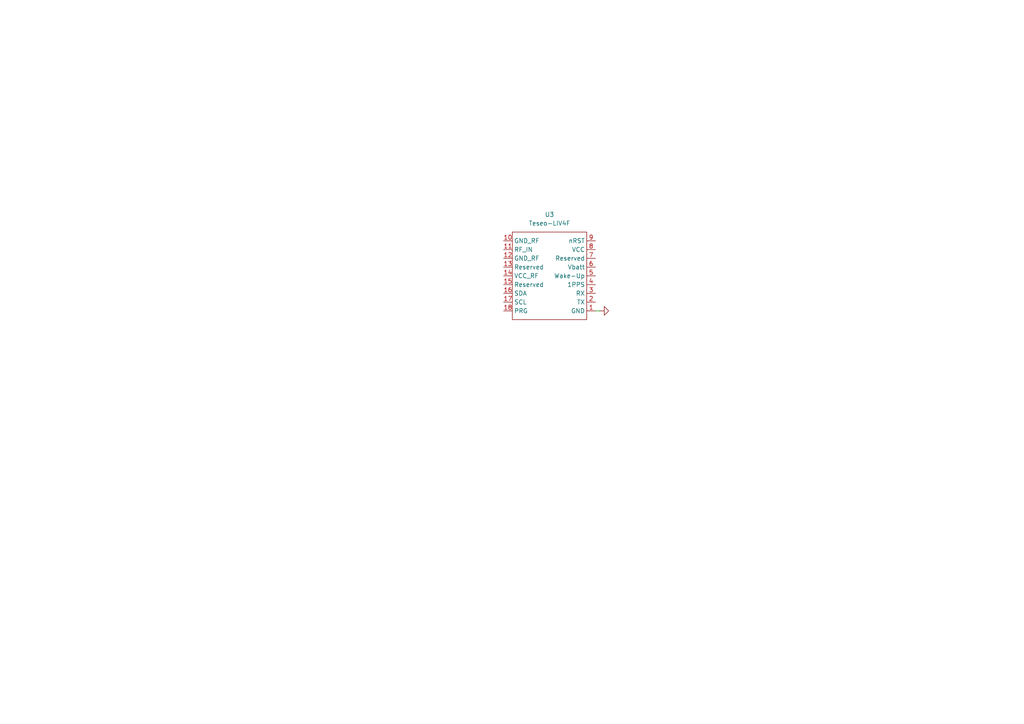
<source format=kicad_sch>
(kicad_sch (version 20231120) (generator "eeschema") (generator_version "8.0")
  (paper "A4")
  (lib_symbols
    (symbol "RF_GPS:Teseo-LIV4F"
      (property "Reference" "U" (at 0 3.302 0))
      (property "Value" "Teseo-LIV4F" (at 0 3.302 0))
      (symbol "Teseo-LIV4F_0_0"
        (pin passive line (at 26.67 -22.86 180) (length 2.54) (name "GND") (number "1"))
        (pin passive line (at 0 -2.54 0) (length 2.54) (name "GND_RF") (number "10"))
        (pin passive line (at 0 -5.08 0) (length 2.54) (name "RF_IN") (number "11"))
        (pin passive line (at 0 -7.62 0) (length 2.54) (name "GND_RF") (number "12"))
        (pin passive line (at 0 -10.16 0) (length 2.54) (name "Reserved") (number "13"))
        (pin passive line (at 0 -12.7 0) (length 2.54) (name "VCC_RF") (number "14"))
        (pin passive line (at 0 -15.24 0) (length 2.54) (name "Reserved") (number "15"))
        (pin passive line (at 0 -17.78 0) (length 2.54) (name "SDA") (number "16"))
        (pin passive line (at 0 -20.32 0) (length 2.54) (name "SCL") (number "17"))
        (pin passive line (at 0 -22.86 0) (length 2.54) (name "PRG") (number "18"))
        (pin passive line (at 26.67 -20.32 180) (length 2.54) (name "TX") (number "2"))
        (pin passive line (at 26.67 -17.78 180) (length 2.54) (name "RX") (number "3"))
        (pin passive line (at 26.67 -15.24 180) (length 2.54) (name "1PPS") (number "4"))
        (pin passive line (at 26.67 -12.7 180) (length 2.54) (name "Wake-Up") (number "5"))
        (pin passive line (at 26.67 -10.16 180) (length 2.54) (name "Vbatt") (number "6"))
        (pin passive line (at 26.67 -7.62 180) (length 2.54) (name "Reserved") (number "7"))
        (pin passive line (at 26.67 -5.08 180) (length 2.54) (name "VCC") (number "8"))
        (pin passive line (at 26.67 -2.54 180) (length 2.54) (name "nRST") (number "9"))
      )
      (symbol "Teseo-LIV4F_0_1"
        (rectangle (start 2.54 0) (end 24.13 -25.4))
      )
    )
    (symbol "power:GND" (power) (pin_numbers hide) (pin_names (offset 0) hide)
      (property "Value" "GND" (at 0 -3.81 0))
      (symbol "GND_0_1"
        (polyline (pts (xy 0 0) (xy 0 -1.27) (xy 1.27 -1.27) (xy 0 -2.54) (xy -1.27 -1.27) (xy 0 -1.27)))
      )
      (symbol "GND_1_1"
        (pin power_in line (at 0 0 270) (length 0) (name "~") (number "1"))
      )
    )
  )
  (wire (pts (xy 173.99 90.17) (xy 172.72 90.17)))
  (symbol (lib_id "RF_GPS:Teseo-LIV4F") (at 146.05 67.31 0) (unit 1)
    (property "Reference" "U3" (at 159.385 62.23 0))
    (property "Value" "Teseo-LIV4F" (at 159.385 64.77 0))
    (property "Footprint" "RF_GPS:Teseo-LIV4F" (effects (hide yes)))
    (property "Datasheet" "https://www.st.com/resource/en/datasheet/teseo-liv4f.pdf" (effects (hide yes)))
    (property "Description" "GNSS / GPS Modules Teseo ROM GNSS module Teseo-LIV4F" (effects (hide yes)))
  )
  (symbol (lib_id "power:GND") (at 173.99 90.17 90) (unit 1)
    (property "Reference" "#PWR01" (effects (hide yes)))
    (property "Value" "GND" (effects (hide yes)))
    (property "Description" "Power symbol creates a global label with name \"GND\" , ground" (effects (hide yes)))
  )
)
</source>
